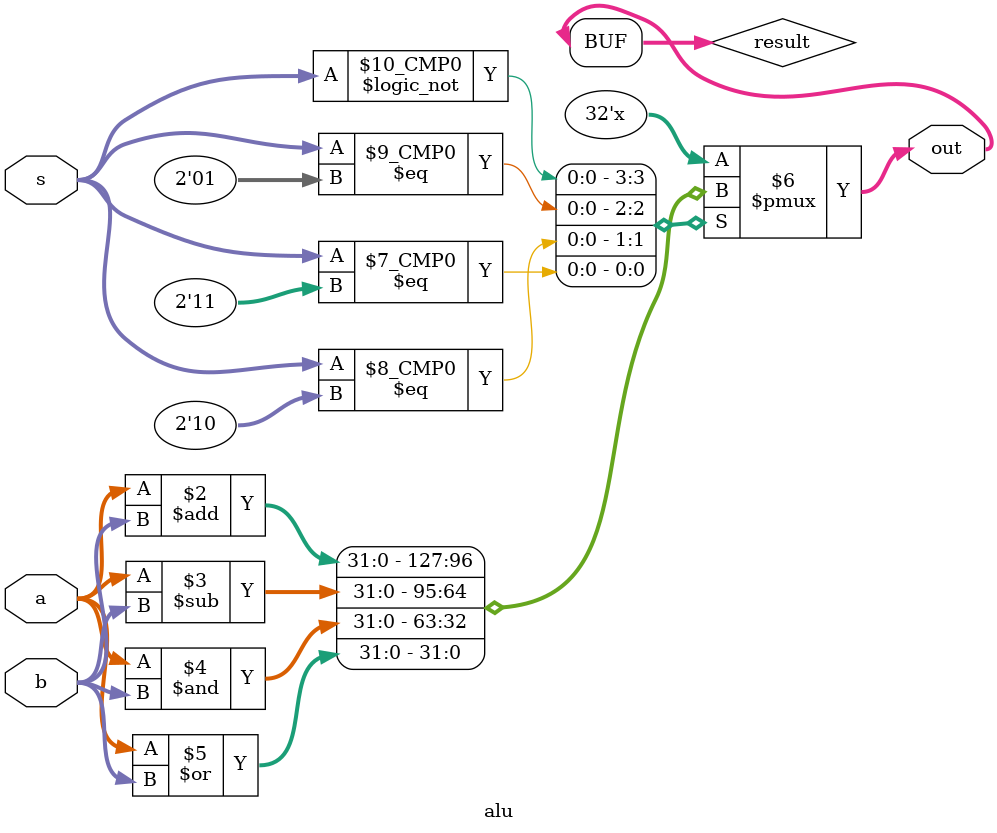
<source format=v>
module alu(
	input [31:0] a, b,
	input [1:0] s,
	output [31:0] out  
	);

	reg [31:0] result;
	assign out = result;
	
	always @(a or b or s) begin
		case(s)
			2'b00: result <= a + b;
			2'b01: result <= a - b;
			2'b10: result <= a & b;
			2'b11: result <= a | b;
		endcase
	end

endmodule


</source>
